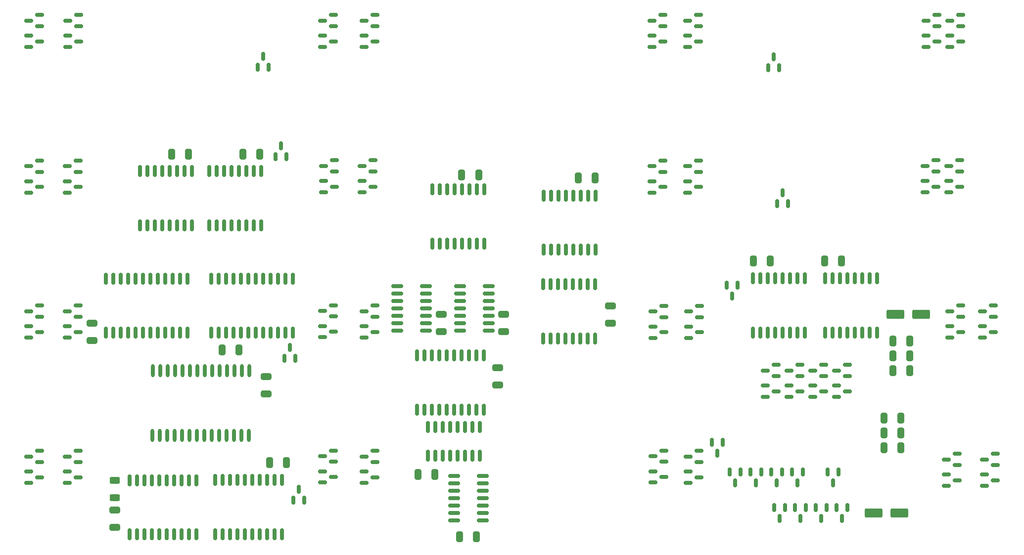
<source format=gbp>
G04 #@! TF.GenerationSoftware,KiCad,Pcbnew,8.0.1-8.0.1-1~ubuntu22.04.1*
G04 #@! TF.CreationDate,2024-05-02T00:15:03-04:00*
G04 #@! TF.ProjectId,Claculator_Display,436c6163-756c-4617-946f-725f44697370,rev?*
G04 #@! TF.SameCoordinates,Original*
G04 #@! TF.FileFunction,Paste,Bot*
G04 #@! TF.FilePolarity,Positive*
%FSLAX46Y46*%
G04 Gerber Fmt 4.6, Leading zero omitted, Abs format (unit mm)*
G04 Created by KiCad (PCBNEW 8.0.1-8.0.1-1~ubuntu22.04.1) date 2024-05-02 00:15:03*
%MOMM*%
%LPD*%
G01*
G04 APERTURE LIST*
G04 Aperture macros list*
%AMRoundRect*
0 Rectangle with rounded corners*
0 $1 Rounding radius*
0 $2 $3 $4 $5 $6 $7 $8 $9 X,Y pos of 4 corners*
0 Add a 4 corners polygon primitive as box body*
4,1,4,$2,$3,$4,$5,$6,$7,$8,$9,$2,$3,0*
0 Add four circle primitives for the rounded corners*
1,1,$1+$1,$2,$3*
1,1,$1+$1,$4,$5*
1,1,$1+$1,$6,$7*
1,1,$1+$1,$8,$9*
0 Add four rect primitives between the rounded corners*
20,1,$1+$1,$2,$3,$4,$5,0*
20,1,$1+$1,$4,$5,$6,$7,0*
20,1,$1+$1,$6,$7,$8,$9,0*
20,1,$1+$1,$8,$9,$2,$3,0*%
G04 Aperture macros list end*
%ADD10RoundRect,0.250000X-0.650000X0.325000X-0.650000X-0.325000X0.650000X-0.325000X0.650000X0.325000X0*%
%ADD11RoundRect,0.150000X-0.150000X0.875000X-0.150000X-0.875000X0.150000X-0.875000X0.150000X0.875000X0*%
%ADD12RoundRect,0.150000X-0.587500X-0.150000X0.587500X-0.150000X0.587500X0.150000X-0.587500X0.150000X0*%
%ADD13RoundRect,0.150000X0.587500X0.150000X-0.587500X0.150000X-0.587500X-0.150000X0.587500X-0.150000X0*%
%ADD14RoundRect,0.150000X0.150000X-0.587500X0.150000X0.587500X-0.150000X0.587500X-0.150000X-0.587500X0*%
%ADD15RoundRect,0.250000X0.325000X0.650000X-0.325000X0.650000X-0.325000X-0.650000X0.325000X-0.650000X0*%
%ADD16RoundRect,0.250000X-0.325000X-0.650000X0.325000X-0.650000X0.325000X0.650000X-0.325000X0.650000X0*%
%ADD17RoundRect,0.250000X0.650000X-0.325000X0.650000X0.325000X-0.650000X0.325000X-0.650000X-0.325000X0*%
%ADD18RoundRect,0.250000X-0.625000X0.312500X-0.625000X-0.312500X0.625000X-0.312500X0.625000X0.312500X0*%
%ADD19RoundRect,0.150000X-0.150000X0.587500X-0.150000X-0.587500X0.150000X-0.587500X0.150000X0.587500X0*%
%ADD20RoundRect,0.150000X0.150000X-0.875000X0.150000X0.875000X-0.150000X0.875000X-0.150000X-0.875000X0*%
%ADD21RoundRect,0.150000X-0.150000X0.825000X-0.150000X-0.825000X0.150000X-0.825000X0.150000X0.825000X0*%
%ADD22O,0.600000X2.250000*%
%ADD23RoundRect,0.150000X-0.825000X-0.150000X0.825000X-0.150000X0.825000X0.150000X-0.825000X0.150000X0*%
%ADD24RoundRect,0.250000X-1.250000X-0.550000X1.250000X-0.550000X1.250000X0.550000X-1.250000X0.550000X0*%
G04 APERTURE END LIST*
D10*
X203708000Y-115365000D03*
X203708000Y-118315000D03*
D11*
X142494000Y-81632000D03*
X143764000Y-81632000D03*
X145034000Y-81632000D03*
X146304000Y-81632000D03*
X147574000Y-81632000D03*
X148844000Y-81632000D03*
X150114000Y-81632000D03*
X151384000Y-81632000D03*
X151384000Y-90932000D03*
X150114000Y-90932000D03*
X148844000Y-90932000D03*
X147574000Y-90932000D03*
X146304000Y-90932000D03*
X145034000Y-90932000D03*
X143764000Y-90932000D03*
X142494000Y-90932000D03*
D12*
X238095000Y-59436000D03*
X236220000Y-60386000D03*
X236220000Y-58486000D03*
X238095000Y-84394000D03*
X236220000Y-85344000D03*
X236220000Y-83444000D03*
X175611000Y-134046000D03*
X173736000Y-134996000D03*
X173736000Y-133096000D03*
D13*
X276860000Y-80772000D03*
X278735000Y-79822000D03*
X278735000Y-81722000D03*
D14*
X168148000Y-111838500D03*
X169098000Y-113713500D03*
X167198000Y-113713500D03*
D12*
X232156000Y-134046000D03*
X230281000Y-134996000D03*
X230281000Y-133096000D03*
X125319000Y-59436000D03*
X123444000Y-60386000D03*
X123444000Y-58486000D03*
D15*
X200103000Y-144272000D03*
X197153000Y-144272000D03*
D12*
X175768000Y-84328000D03*
X173893000Y-85278000D03*
X173893000Y-83378000D03*
D13*
X253570500Y-115824000D03*
X255445500Y-114874000D03*
X255445500Y-116774000D03*
D11*
X136652000Y-100076000D03*
X137922000Y-100076000D03*
X139192000Y-100076000D03*
X140462000Y-100076000D03*
X141732000Y-100076000D03*
X143002000Y-100076000D03*
X144272000Y-100076000D03*
X145542000Y-100076000D03*
X146812000Y-100076000D03*
X148082000Y-100076000D03*
X149352000Y-100076000D03*
X150622000Y-100076000D03*
X150622000Y-109376000D03*
X149352000Y-109376000D03*
X148082000Y-109376000D03*
X146812000Y-109376000D03*
X145542000Y-109376000D03*
X144272000Y-109376000D03*
X143002000Y-109376000D03*
X141732000Y-109376000D03*
X140462000Y-109376000D03*
X139192000Y-109376000D03*
X137922000Y-109376000D03*
X136652000Y-109376000D03*
D13*
X261698500Y-115824000D03*
X263573500Y-114874000D03*
X263573500Y-116774000D03*
D16*
X217473000Y-82804000D03*
X220423000Y-82804000D03*
D12*
X288895000Y-134620000D03*
X287020000Y-135570000D03*
X287020000Y-133670000D03*
X278892000Y-59436000D03*
X277017000Y-60386000D03*
X277017000Y-58486000D03*
D17*
X134281466Y-110695000D03*
X134281466Y-107745000D03*
D12*
X125319000Y-84394000D03*
X123444000Y-85344000D03*
X123444000Y-83444000D03*
D13*
X281081000Y-55880000D03*
X282956000Y-54930000D03*
X282956000Y-56830000D03*
X280924000Y-80772000D03*
X282799000Y-79822000D03*
X282799000Y-81722000D03*
D12*
X238173500Y-134112000D03*
X236298500Y-135062000D03*
X236298500Y-133162000D03*
D13*
X280494500Y-131064000D03*
X282369500Y-130114000D03*
X282369500Y-132014000D03*
D12*
X251381500Y-119380000D03*
X249506500Y-120330000D03*
X249506500Y-118430000D03*
D13*
X180848000Y-105664000D03*
X182723000Y-104714000D03*
X182723000Y-106614000D03*
D18*
X138176000Y-134681500D03*
X138176000Y-137606500D03*
D13*
X180497000Y-80772000D03*
X182372000Y-79822000D03*
X182372000Y-81722000D03*
D19*
X259080000Y-141145500D03*
X258130000Y-139270500D03*
X260030000Y-139270500D03*
D12*
X282369500Y-134620000D03*
X280494500Y-135570000D03*
X280494500Y-133670000D03*
X231999000Y-84394000D03*
X230124000Y-85344000D03*
X230124000Y-83444000D03*
D19*
X251968000Y-141145500D03*
X251018000Y-139270500D03*
X252918000Y-139270500D03*
D12*
X278735000Y-84328000D03*
X276860000Y-85278000D03*
X276860000Y-83378000D03*
D13*
X130048000Y-80838000D03*
X131923000Y-79888000D03*
X131923000Y-81788000D03*
D14*
X166624000Y-77294500D03*
X167574000Y-79169500D03*
X165674000Y-79169500D03*
D13*
X123444000Y-105664000D03*
X125319000Y-104714000D03*
X125319000Y-106614000D03*
D11*
X259715000Y-99998000D03*
X260985000Y-99998000D03*
X262255000Y-99998000D03*
X263525000Y-99998000D03*
X264795000Y-99998000D03*
X266065000Y-99998000D03*
X267335000Y-99998000D03*
X268605000Y-99998000D03*
X268605000Y-109298000D03*
X267335000Y-109298000D03*
X266065000Y-109298000D03*
X264795000Y-109298000D03*
X263525000Y-109298000D03*
X262255000Y-109298000D03*
X260985000Y-109298000D03*
X259715000Y-109298000D03*
D19*
X244348000Y-135049500D03*
X243398000Y-133174500D03*
X245298000Y-133174500D03*
X247904000Y-135049500D03*
X246954000Y-133174500D03*
X248854000Y-133174500D03*
D16*
X269797000Y-126492000D03*
X272747000Y-126492000D03*
D19*
X241300000Y-129969500D03*
X240350000Y-128094500D03*
X242250000Y-128094500D03*
D16*
X269797000Y-129032000D03*
X272747000Y-129032000D03*
D13*
X236220000Y-80838000D03*
X238095000Y-79888000D03*
X238095000Y-81788000D03*
X286669000Y-105664000D03*
X288544000Y-104714000D03*
X288544000Y-106614000D03*
D16*
X160069000Y-78740000D03*
X163019000Y-78740000D03*
D11*
X192555000Y-94058000D03*
X193825000Y-94058000D03*
X195095000Y-94058000D03*
X196365000Y-94058000D03*
X197635000Y-94058000D03*
X198905000Y-94058000D03*
X200175000Y-94058000D03*
X201445000Y-94058000D03*
X201445000Y-84758000D03*
X200175000Y-84758000D03*
X198905000Y-84758000D03*
X197635000Y-84758000D03*
X196365000Y-84758000D03*
X195095000Y-84758000D03*
X193825000Y-84758000D03*
X192555000Y-84758000D03*
D20*
X152146000Y-143920000D03*
X150876000Y-143920000D03*
X149606000Y-143920000D03*
X148336000Y-143920000D03*
X147066000Y-143920000D03*
X145796000Y-143920000D03*
X144526000Y-143920000D03*
X143256000Y-143920000D03*
X141986000Y-143920000D03*
X140716000Y-143920000D03*
X140716000Y-134620000D03*
X141986000Y-134620000D03*
X143256000Y-134620000D03*
X144526000Y-134620000D03*
X145796000Y-134620000D03*
X147066000Y-134620000D03*
X148336000Y-134620000D03*
X149606000Y-134620000D03*
X150876000Y-134620000D03*
X152146000Y-134620000D03*
D13*
X173736000Y-130490000D03*
X175611000Y-129540000D03*
X175611000Y-131440000D03*
D19*
X262636000Y-141145500D03*
X261686000Y-139270500D03*
X263586000Y-139270500D03*
D13*
X123444000Y-130556000D03*
X125319000Y-129606000D03*
X125319000Y-131506000D03*
D12*
X125319000Y-134112000D03*
X123444000Y-135062000D03*
X123444000Y-133162000D03*
D13*
X173736000Y-105598000D03*
X175611000Y-104648000D03*
X175611000Y-106548000D03*
D19*
X261112000Y-135049500D03*
X260162000Y-133174500D03*
X262062000Y-133174500D03*
X255524000Y-141145500D03*
X254574000Y-139270500D03*
X256474000Y-139270500D03*
D17*
X223012000Y-107696000D03*
X223012000Y-104746000D03*
D19*
X255016000Y-135049500D03*
X254066000Y-133174500D03*
X255966000Y-133174500D03*
D13*
X236220000Y-55880000D03*
X238095000Y-54930000D03*
X238095000Y-56830000D03*
X230281000Y-130490000D03*
X232156000Y-129540000D03*
X232156000Y-131440000D03*
D12*
X231999000Y-59436000D03*
X230124000Y-60386000D03*
X230124000Y-58486000D03*
D10*
X138176000Y-139749000D03*
X138176000Y-142699000D03*
D13*
X236377000Y-105730000D03*
X238252000Y-104780000D03*
X238252000Y-106680000D03*
X236298500Y-130556000D03*
X238173500Y-129606000D03*
X238173500Y-131506000D03*
D12*
X282956000Y-109220000D03*
X281081000Y-110170000D03*
X281081000Y-108270000D03*
D14*
X252476000Y-85344000D03*
X253426000Y-87219000D03*
X251526000Y-87219000D03*
D16*
X271321000Y-115824000D03*
X274271000Y-115824000D03*
D13*
X277017000Y-55880000D03*
X278892000Y-54930000D03*
X278892000Y-56830000D03*
D21*
X191770000Y-130426000D03*
X193040000Y-130426000D03*
X194310000Y-130426000D03*
X195580000Y-130426000D03*
X196850000Y-130426000D03*
X198120000Y-130426000D03*
X199390000Y-130426000D03*
X200660000Y-130426000D03*
X200660000Y-125476000D03*
X199390000Y-125476000D03*
X198120000Y-125476000D03*
X196850000Y-125476000D03*
X195580000Y-125476000D03*
X194310000Y-125476000D03*
X193040000Y-125476000D03*
X191770000Y-125476000D03*
D13*
X130126500Y-55880000D03*
X132001500Y-54930000D03*
X132001500Y-56830000D03*
D12*
X232156000Y-109286000D03*
X230281000Y-110236000D03*
X230281000Y-108336000D03*
X282956000Y-59436000D03*
X281081000Y-60386000D03*
X281081000Y-58486000D03*
X182723000Y-59436000D03*
X180848000Y-60386000D03*
X180848000Y-58486000D03*
D13*
X130048000Y-130556000D03*
X131923000Y-129606000D03*
X131923000Y-131506000D03*
D16*
X269797000Y-123952000D03*
X272747000Y-123952000D03*
D13*
X230281000Y-105730000D03*
X232156000Y-104780000D03*
X232156000Y-106680000D03*
D19*
X251460000Y-135049500D03*
X250510000Y-133174500D03*
X252410000Y-133174500D03*
D12*
X131923000Y-134112000D03*
X130048000Y-135062000D03*
X130048000Y-133162000D03*
D22*
X161133000Y-126962000D03*
X159863000Y-126962000D03*
X158593000Y-126962000D03*
X157323000Y-126962000D03*
X156053000Y-126962000D03*
X154783000Y-126962000D03*
X153513000Y-126962000D03*
X152243000Y-126962000D03*
X150973000Y-126962000D03*
X149703000Y-126962000D03*
X148433000Y-126962000D03*
X147163000Y-126962000D03*
X145893000Y-126962000D03*
X144623000Y-126962000D03*
X144683000Y-115862000D03*
X145953000Y-115862000D03*
X147223000Y-115862000D03*
X148493000Y-115862000D03*
X149763000Y-115862000D03*
X151033000Y-115862000D03*
X152303000Y-115862000D03*
X153573000Y-115862000D03*
X154843000Y-115862000D03*
X156113000Y-115862000D03*
X157383000Y-115862000D03*
X158653000Y-115862000D03*
X159923000Y-115862000D03*
X161193000Y-115862000D03*
D13*
X287020000Y-131064000D03*
X288895000Y-130114000D03*
X288895000Y-132014000D03*
X173893000Y-80772000D03*
X175768000Y-79822000D03*
X175768000Y-81722000D03*
D11*
X211582000Y-85852000D03*
X212852000Y-85852000D03*
X214122000Y-85852000D03*
X215392000Y-85852000D03*
X216662000Y-85852000D03*
X217932000Y-85852000D03*
X219202000Y-85852000D03*
X220472000Y-85852000D03*
X220472000Y-95152000D03*
X219202000Y-95152000D03*
X217932000Y-95152000D03*
X216662000Y-95152000D03*
X215392000Y-95152000D03*
X214122000Y-95152000D03*
X212852000Y-95152000D03*
X211582000Y-95152000D03*
D13*
X123444000Y-80838000D03*
X125319000Y-79888000D03*
X125319000Y-81788000D03*
D23*
X196218000Y-141478000D03*
X196218000Y-140208000D03*
X196218000Y-138938000D03*
X196218000Y-137668000D03*
X196218000Y-136398000D03*
X196218000Y-135128000D03*
X196218000Y-133858000D03*
X201168000Y-133858000D03*
X201168000Y-135128000D03*
X201168000Y-136398000D03*
X201168000Y-137668000D03*
X201168000Y-138938000D03*
X201168000Y-140208000D03*
X201168000Y-141478000D03*
D12*
X259509500Y-119380000D03*
X257634500Y-120330000D03*
X257634500Y-118430000D03*
D16*
X147877000Y-78740000D03*
X150827000Y-78740000D03*
D15*
X167591000Y-131572000D03*
X164641000Y-131572000D03*
D12*
X255445500Y-119380000D03*
X253570500Y-120330000D03*
X253570500Y-118430000D03*
D20*
X166751000Y-143842000D03*
X165481000Y-143842000D03*
X164211000Y-143842000D03*
X162941000Y-143842000D03*
X161671000Y-143842000D03*
X160401000Y-143842000D03*
X159131000Y-143842000D03*
X157861000Y-143842000D03*
X156591000Y-143842000D03*
X155321000Y-143842000D03*
X155321000Y-134542000D03*
X156591000Y-134542000D03*
X157861000Y-134542000D03*
X159131000Y-134542000D03*
X160401000Y-134542000D03*
X161671000Y-134542000D03*
X162941000Y-134542000D03*
X164211000Y-134542000D03*
X165481000Y-134542000D03*
X166751000Y-134542000D03*
D14*
X250952000Y-62054500D03*
X251902000Y-63929500D03*
X250002000Y-63929500D03*
D16*
X156513000Y-112268000D03*
X159463000Y-112268000D03*
X197525000Y-82296000D03*
X200475000Y-82296000D03*
D17*
X204724000Y-109171000D03*
X204724000Y-106221000D03*
D12*
X288544000Y-109220000D03*
X286669000Y-110170000D03*
X286669000Y-108270000D03*
D16*
X247445000Y-97028000D03*
X250395000Y-97028000D03*
D12*
X175611000Y-59436000D03*
X173736000Y-60386000D03*
X173736000Y-58486000D03*
D10*
X164084000Y-116889000D03*
X164084000Y-119839000D03*
D13*
X257634500Y-115824000D03*
X259509500Y-114874000D03*
X259509500Y-116774000D03*
D16*
X190041000Y-133604000D03*
X192991000Y-133604000D03*
D11*
X247396000Y-99998000D03*
X248666000Y-99998000D03*
X249936000Y-99998000D03*
X251206000Y-99998000D03*
X252476000Y-99998000D03*
X253746000Y-99998000D03*
X255016000Y-99998000D03*
X256286000Y-99998000D03*
X256286000Y-109298000D03*
X255016000Y-109298000D03*
X253746000Y-109298000D03*
X252476000Y-109298000D03*
X251206000Y-109298000D03*
X249936000Y-109298000D03*
X248666000Y-109298000D03*
X247396000Y-109298000D03*
D12*
X238252000Y-109286000D03*
X236377000Y-110236000D03*
X236377000Y-108336000D03*
D16*
X259637000Y-97028000D03*
X262587000Y-97028000D03*
D14*
X169672000Y-136144000D03*
X170622000Y-138019000D03*
X168722000Y-138019000D03*
D19*
X243840000Y-103045500D03*
X242890000Y-101170500D03*
X244790000Y-101170500D03*
D16*
X271321000Y-110744000D03*
X274271000Y-110744000D03*
D13*
X230124000Y-55880000D03*
X231999000Y-54930000D03*
X231999000Y-56830000D03*
D12*
X263573500Y-119380000D03*
X261698500Y-120330000D03*
X261698500Y-118430000D03*
X131923000Y-109220000D03*
X130048000Y-110170000D03*
X130048000Y-108270000D03*
D11*
X154686000Y-100076000D03*
X155956000Y-100076000D03*
X157226000Y-100076000D03*
X158496000Y-100076000D03*
X159766000Y-100076000D03*
X161036000Y-100076000D03*
X162306000Y-100076000D03*
X163576000Y-100076000D03*
X164846000Y-100076000D03*
X166116000Y-100076000D03*
X167386000Y-100076000D03*
X168656000Y-100076000D03*
X168656000Y-109376000D03*
X167386000Y-109376000D03*
X166116000Y-109376000D03*
X164846000Y-109376000D03*
X163576000Y-109376000D03*
X162306000Y-109376000D03*
X161036000Y-109376000D03*
X159766000Y-109376000D03*
X158496000Y-109376000D03*
X157226000Y-109376000D03*
X155956000Y-109376000D03*
X154686000Y-109376000D03*
D23*
X202184000Y-108966000D03*
X202184000Y-107696000D03*
X202184000Y-106426000D03*
X202184000Y-105156000D03*
X202184000Y-103886000D03*
X202184000Y-102616000D03*
X202184000Y-101346000D03*
X197234000Y-101346000D03*
X197234000Y-102616000D03*
X197234000Y-103886000D03*
X197234000Y-105156000D03*
X197234000Y-106426000D03*
X197234000Y-107696000D03*
X197234000Y-108966000D03*
D16*
X271321000Y-113284000D03*
X274271000Y-113284000D03*
D20*
X201295000Y-122506000D03*
X200025000Y-122506000D03*
X198755000Y-122506000D03*
X197485000Y-122506000D03*
X196215000Y-122506000D03*
X194945000Y-122506000D03*
X193675000Y-122506000D03*
X192405000Y-122506000D03*
X191135000Y-122506000D03*
X189865000Y-122506000D03*
X189865000Y-113206000D03*
X191135000Y-113206000D03*
X192405000Y-113206000D03*
X193675000Y-113206000D03*
X194945000Y-113206000D03*
X196215000Y-113206000D03*
X197485000Y-113206000D03*
X198755000Y-113206000D03*
X200025000Y-113206000D03*
X201295000Y-113206000D03*
D11*
X154344000Y-81632000D03*
X155614000Y-81632000D03*
X156884000Y-81632000D03*
X158154000Y-81632000D03*
X159424000Y-81632000D03*
X160694000Y-81632000D03*
X161964000Y-81632000D03*
X163234000Y-81632000D03*
X163234000Y-90932000D03*
X161964000Y-90932000D03*
X160694000Y-90932000D03*
X159424000Y-90932000D03*
X158154000Y-90932000D03*
X156884000Y-90932000D03*
X155614000Y-90932000D03*
X154344000Y-90932000D03*
D13*
X130048000Y-105664000D03*
X131923000Y-104714000D03*
X131923000Y-106614000D03*
X123444000Y-55880000D03*
X125319000Y-54930000D03*
X125319000Y-56830000D03*
X230124000Y-80838000D03*
X231999000Y-79888000D03*
X231999000Y-81788000D03*
X180848000Y-55880000D03*
X182723000Y-54930000D03*
X182723000Y-56830000D03*
D12*
X182723000Y-109220000D03*
X180848000Y-110170000D03*
X180848000Y-108270000D03*
X175611000Y-109154000D03*
X173736000Y-110104000D03*
X173736000Y-108204000D03*
X182723000Y-134112000D03*
X180848000Y-135062000D03*
X180848000Y-133162000D03*
D24*
X271780000Y-106172000D03*
X276180000Y-106172000D03*
X268056000Y-140208000D03*
X272456000Y-140208000D03*
D13*
X180848000Y-130556000D03*
X182723000Y-129606000D03*
X182723000Y-131506000D03*
D23*
X186501000Y-108966000D03*
X186501000Y-107696000D03*
X186501000Y-106426000D03*
X186501000Y-105156000D03*
X186501000Y-103886000D03*
X186501000Y-102616000D03*
X186501000Y-101346000D03*
X191451000Y-101346000D03*
X191451000Y-102616000D03*
X191451000Y-103886000D03*
X191451000Y-105156000D03*
X191451000Y-106426000D03*
X191451000Y-107696000D03*
X191451000Y-108966000D03*
D14*
X163576000Y-61976000D03*
X164526000Y-63851000D03*
X162626000Y-63851000D03*
D13*
X281081000Y-105664000D03*
X282956000Y-104714000D03*
X282956000Y-106614000D03*
X249506500Y-115824000D03*
X251381500Y-114874000D03*
X251381500Y-116774000D03*
D11*
X211455000Y-101014000D03*
X212725000Y-101014000D03*
X213995000Y-101014000D03*
X215265000Y-101014000D03*
X216535000Y-101014000D03*
X217805000Y-101014000D03*
X219075000Y-101014000D03*
X220345000Y-101014000D03*
X220345000Y-110314000D03*
X219075000Y-110314000D03*
X217805000Y-110314000D03*
X216535000Y-110314000D03*
X215265000Y-110314000D03*
X213995000Y-110314000D03*
X212725000Y-110314000D03*
X211455000Y-110314000D03*
D17*
X194056000Y-109171000D03*
X194056000Y-106221000D03*
D12*
X131923000Y-84394000D03*
X130048000Y-85344000D03*
X130048000Y-83444000D03*
X282799000Y-84328000D03*
X280924000Y-85278000D03*
X280924000Y-83378000D03*
X125319000Y-109220000D03*
X123444000Y-110170000D03*
X123444000Y-108270000D03*
X182372000Y-84328000D03*
X180497000Y-85278000D03*
X180497000Y-83378000D03*
X132001500Y-59436000D03*
X130126500Y-60386000D03*
X130126500Y-58486000D03*
D13*
X173736000Y-55880000D03*
X175611000Y-54930000D03*
X175611000Y-56830000D03*
M02*

</source>
